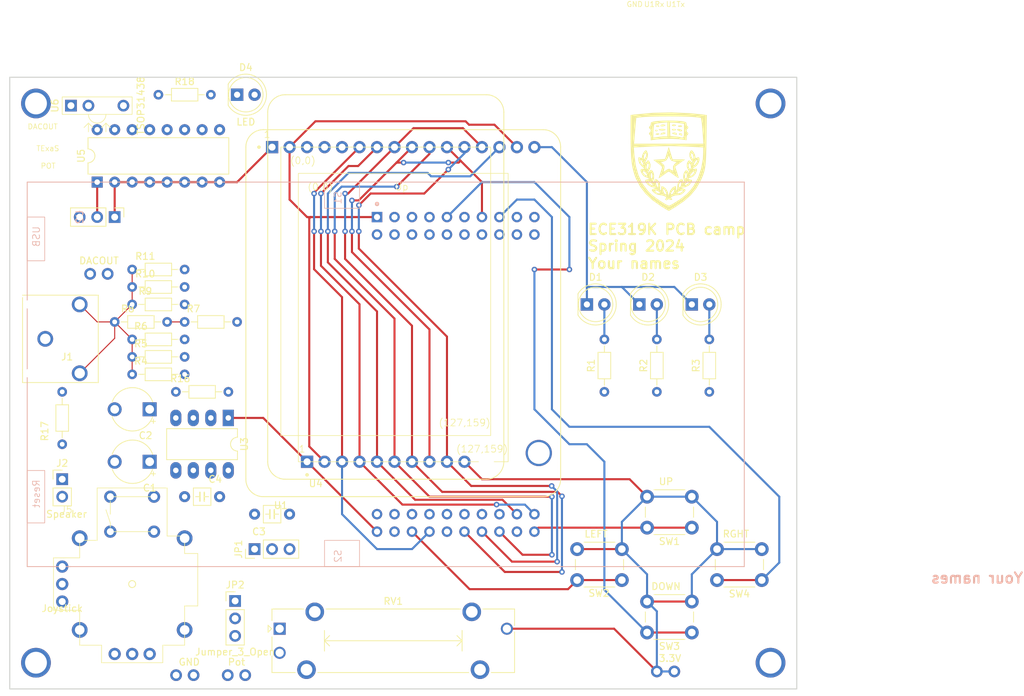
<source format=kicad_pcb>
(kicad_pcb (version 20221018) (generator pcbnew)
  (title_block (title "ECE 319K Baseline Project Spring 2024") (date "2024-03-08") (rev "v1.0.0") (company "The University of Texas at Austin"))
  (layers (0 "F.Cu" signal) (31 "B.Cu" signal) (34 "B.Paste" user) (35 "F.Paste" user) (36 "B.SilkS" user "B.Silkscreen") (37 "F.SilkS" user "F.Silkscreen") (38 "B.Mask" user) (39 "F.Mask" user) (44 "Edge.Cuts" user))
  (net 0 "")
  (net 1 "GND")
  (net 2 "+3V3")
  (net 3 "PB9")
  (net 4 "PB15")
  (net 5 "PB8")
  (net 6 "PB7")
  (net 7 "PB6")
  (net 8 "PA13")
  (net 9 "+5V")
  (net 10 "Net-(U3-FC1)")
  (net 11 "Net-(U3-FC2)")
  (net 12 "Net-(JP1-A)")
  (net 13 "Net-(C3-Pad2)")
  (net 14 "Net-(D1-A)")
  (net 15 "PA25")
  (net 16 "Net-(D2-A)")
  (net 17 "PA8")
  (net 18 "PA26")
  (net 19 "PB24")
  (net 20 "PA27")
  (net 21 "PB2")
  (net 22 "PB3")
  (net 24 "PB12")
  (net 25 "PB17")
  (net 26 "PB0")
  (net 27 "PB16")
  (net 28 "PB19")
  (net 29 "PA22")
  (net 30 "PB18")
  (net 31 "PA18")
  (net 32 "PA24")
  (net 33 "PA17")
  (net 34 "PA16")
  (net 35 "PA15")
  (net 36 "PB4")
  (net 37 "PB1")
  (net 38 "PA28")
  (net 39 "PA31")
  (net 40 "PB20")
  (net 41 "PB13")
  (net 42 "PA10")
  (net 43 "Net-(D3-A)")
  (net 44 "Net-(D4-K)")
  (net 45 "Net-(D4-A)")
  (net 46 "PB23")
  (net 47 "DACOUT")
  (net 48 "PA11")
  (net 49 "PA12")
  (net 57 "Net-(U3-VO1)")
  (net 58 "Net-(U3-VO2)")
  (net 59 "Net-(J5-H-)")
  (net 64 "Net-(R7-Pad1)")
  (net 65 "Net-(U3-VIN)")
  (footprint "ECE319K:R_Axial_DIN0204_L3.6mm_D1.6mm_P7.62mm_Horizontal" (layer "F.Cu") (at 68.58 66.04)
    (fp_text reference "R11")
    (fp_text value "12k")
  )
  (footprint "ECE319K:R_Axial_DIN0204_L3.6mm_D1.6mm_P7.62mm_Horizontal" (layer "F.Cu") (at 72.39 40.64)
    (fp_text reference "R18")
    (fp_text value "220")
  )
  (footprint "ECE319K:Testpoint_1x02_P2.54mm" (layer "F.Cu") (at 82.46 125 90)
    (fp_text reference "J4")
    (fp_text value "Pot")
  )
  (footprint "ECE319K:R_Axial_DIN0204_L3.6mm_D1.6mm_P7.62mm_Horizontal" (layer "F.Cu") (at 68.58 81.28)
    (fp_text reference "R4")
    (fp_text value "1.5k")
  )
  (footprint "ECE319K:PinHeader_1x03_P2.54mm_Vertical" (layer "F.Cu") (at 66.04 58.42 -90)
    (fp_text reference "J3" hide)
    (fp_text value "UART1")
  )
  (footprint "LOGO" (layer "F.Cu") (at 147.32 50.8)
    (fp_text reference "G***" hide)
    (fp_text value "LOGO" hide)
  )
  (footprint "ECE319K:R_Axial_DIN0204_L3.6mm_D1.6mm_P7.62mm_Horizontal" (layer "F.Cu") (at 68.58 76.2)
    (fp_text reference "R6")
    (fp_text value "1.5k")
  )
  (footprint "ECE319K:DIP-8_W7.62mm_LongPads" (layer "F.Cu") (at 82.54 87.615 -90)
    (fp_text reference "U3")
    (fp_text value "MCP34119P")
  )
  (footprint "ECE319K:R_Axial_DIN0204_L3.6mm_D1.6mm_P7.62mm_Horizontal" (layer "F.Cu") (at 58.42 91.44 90)
    (fp_text reference "R17")
    (fp_text value "10k")
  )
  (footprint "ECE319K:SW_PUSH_6mm" (layer "F.Cu") (at 139.7 111.18 180)
    (fp_text reference "SW2")
    (fp_text value "LEFT")
  )
  (footprint "ECE319K:SW_PUSH_6mm" (layer "F.Cu") (at 149.86 103.56 180)
    (fp_text reference "SW1")
    (fp_text value "UP")
  )
  (footprint "ECE319K:PTA2043pot" (layer "F.Cu") (at 90 118.25)
    (fp_text reference "RV1")
    (fp_text value "PTA2043")
  )
  (footprint "ECE319K:R_Axial_DIN0204_L3.6mm_D1.6mm_P7.62mm_Horizontal" (layer "F.Cu") (at 68.58 68.58)
    (fp_text reference "R10")
    (fp_text value "12k")
  )
  (footprint "ECE319K:SparkfunJoystick" (layer "F.Cu") (at 58.42 114.3)
    (fp_text reference "J5")
    (fp_text value "Joystick")
  )
  (footprint "ECE319K:R_Axial_DIN0204_L3.6mm_D1.6mm_P7.62mm_Horizontal" (layer "F.Cu") (at 137.16 83.82 90)
    (fp_text reference "R1")
    (fp_text value "470")
  )
  (footprint "ECE319K:Testpoint_1x02_P2.54mm" (layer "F.Cu") (at 62.479 66.675 90)
    (fp_text reference "J7")
    (fp_text value "DACOUT")
  )
  (footprint "ECE319K:TSOP31438" (layer "F.Cu") (at 59.69 42.2275 90)
    (fp_text reference "U6")
    (fp_text value "TSOP31438")
  )
  (footprint "ECE319K:PinHeader_1x03_P2.54mm_Vertical" (layer "F.Cu") (at 83.535 114.21)
    (fp_text reference "JP2")
    (fp_text value "Jumper_3_Open")
  )
  (footprint "ECE319K:C_Axial_200mil" (layer "F.Cu") (at 76.2 99.06)
    (fp_text reference "C4")
    (fp_text value "0.1uF")
  )
  (footprint "ECE319K:DIP-16_W7.62mm" (layer "F.Cu") (at 63.5 53.34 90)
    (fp_text reference "U5")
    (fp_text value "ULN2003B")
  )
  (footprint "ECE319K:Testpoint_1x02_P2.54mm" (layer "F.Cu") (at 144.78 124.46 90)
    (fp_text reference "TP1")
    (fp_text value "3.3V")
  )
  (footprint "ECE319K:R_Axial_DIN0204_L3.6mm_D1.6mm_P7.62mm_Horizontal" (layer "F.Cu") (at 66.04 73.66)
    (fp_text reference "R8")
    (fp_text value "1.5k")
  )
  (footprint "ECE319K:C_Axial_200mil" (layer "F.Cu") (at 91.44 101.6 180)
    (fp_text reference "C3")
    (fp_text value "0.1uF")
  )
  (footprint "ECE319K:MountingHole_4_40" (layer "F.Cu") (at 161.29 41.91)
    (fp_text reference "H2")
    (fp_text value "~")
  )
  (footprint "ECE319K:MountingHole_4_40" (layer "F.Cu") (at 161.29 123.19)
    (fp_text reference "H4")
    (fp_text value "~")
  )
  (footprint "ECE319K:MountingHole_4_40" (layer "F.Cu") (at 54.61 41.91)
    (fp_text reference "H1")
    (fp_text value "~")
  )
  (footprint "ECE319K:hiletgo_st7735r" (layer "F.Cu") (at 107.95 72.39)
    (fp_text reference "U4")
    (fp_text value "HiLetGo_ST7735R")
  )
  (footprint "ECE319K:MountingHole_4_40" (layer "F.Cu") (at 54.61 123.19)
    (fp_text reference "H3")
    (fp_text value "~")
  )
  (footprint "ECE319K:CP_Radial_Tantal200mil" (layer "F.Cu") (at 71.12 86.36 180)
    (fp_text reference "C2")
    (fp_text value "4.7uF")
  )
  (footprint "ECE319K:Testpoint_1x02_P2.54mm" (layer "F.Cu") (at 74.96 125 90)
    (fp_text reference "J6")
    (fp_text value "GND")
  )
  (footprint "ECE319K:LED_D5.0mm" (layer "F.Cu") (at 149.86 71.12)
    (fp_text reference "D3")
    (fp_text value "LED")
  )
  (footprint "ECE319K:CP_Radial_Tantal200mil" (layer "F.Cu") (at 71.12 93.98 180)
    (fp_text reference "C1")
    (fp_text value "1uF")
  )
  (footprint "ECE319K:LED_D5.0mm" (layer "F.Cu") (at 83.82 40.64)
    (fp_text reference "D4")
    (fp_text value "LED")
  )
  (footprint "ECE319K:SW_PUSH_6mm" (layer "F.Cu") (at 160.02 111.18 180)
    (fp_text reference "SW4")
    (fp_text value "RGHT")
  )
  (footprint "ECE319K:R_Axial_DIN0204_L3.6mm_D1.6mm_P7.62mm_Horizontal" (layer "F.Cu") (at 152.4 83.82 90)
    (fp_text reference "R3")
    (fp_text value "470")
  )
  (footprint "ECE319K:R_Axial_DIN0204_L3.6mm_D1.6mm_P7.62mm_Horizontal" (layer "F.Cu") (at 144.78 83.82 90)
    (fp_text reference "R2")
    (fp_text value "470")
  )
  (footprint "ECE319K:R_Axial_DIN0204_L3.6mm_D1.6mm_P7.62mm_Horizontal" (layer "F.Cu") (at 74.93 83.82)
    (fp_text reference "R16")
    (fp_text value "20k")
  )
  (footprint "ECE319K:Jack_3.5mm_CUI_SJ1-3523N_Horizontal" (layer "F.Cu") (at 55.96 76.12 -90)
    (fp_text reference "J1")
    (fp_text value "AudioJack")
  )
  (footprint "ECE319K:R_Axial_DIN0204_L3.6mm_D1.6mm_P7.62mm_Horizontal" (layer "F.Cu") (at 68.58 71.12)
    (fp_text reference "R9")
    (fp_text value "12k")
  )
  (footprint "ECE319K:SW_PUSH_6mm" (layer "F.Cu") (at 149.86 118.8 180)
    (fp_text reference "SW3")
    (fp_text value "DOWN")
  )
  (footprint "ECE319K:R_Axial_DIN0204_L3.6mm_D1.6mm_P7.62mm_Horizontal" (layer "F.Cu") (at 68.58 78.74)
    (fp_text reference "R5")
    (fp_text value "1.5k")
  )
  (footprint "ECE319K:R_Axial_DIN0204_L3.6mm_D1.6mm_P7.62mm_Horizontal" (layer "F.Cu") (at 76.2 73.66)
    (fp_text reference "R7")
    (fp_text value "1.5k")
  )
  (footprint "ECE319K:PinHeader_1x02_P2.54mm_Vertical" (layer "F.Cu") (at 58.42 96.52)
    (fp_text reference "J2")
    (fp_text value "Speaker")
  )
  (footprint "ECE319K:LED_D5.0mm" (layer "F.Cu") (at 134.62 71.12)
    (fp_text reference "D1")
    (fp_text value "LED")
  )
  (footprint "ECE319K:PinHeader_1x03_P2.54mm_Vertical" (layer "F.Cu") (at 86.36 106.68 90)
    (fp_text reference "JP1")
    (fp_text value "TExaS")
  )
  (footprint "ECE319K:LED_D5.0mm" (layer "F.Cu") (at 142.24 71.12)
    (fp_text reference "D2")
    (fp_text value "LED")
  )
  (footprint "ECE319K:adafruit_st7735r" (layer "F.Cu") (at 105.41 68.58)
    (fp_text reference "U1")
    (fp_text value "Adafruit ST7735R")
  )
  (footprint "ECE319K:ti_LP_MSPM0G3507" (layer "B.Cu") (at 106.68 81.28 -90)
    (fp_text reference "U2")
    (fp_text value "LP-MSPM0G3507")
  )
  (gr_rect (start 50.8 38.1) (end 165.1 127) (stroke (width 0.15)) (fill none) (layer "Edge.Cuts"))
  (gr_text "Your names\n" (at 198.12 111.76) (layer "B.SilkS") (effects (font (size 1.5 1.5) (thickness 0.3) bold) (justify left bottom mirror)))
  (gr_text "U1Rx" (at 142.875 27.94) (layer "F.SilkS") (effects (font (size 0.762 0.762) (thickness 0.1016)) (justify left bottom)))
  (gr_text "GND" (at 140.335 27.94) (layer "F.SilkS") (effects (font (size 0.762 0.762) (thickness 0.1016)) (justify left bottom)))
  (gr_text "Your names" (at 134.62 66.04) (layer "F.SilkS") (effects (font (size 1.5 1.5) (thickness 0.3) bold) (justify left bottom)))
  (gr_text "POT" (at 55.245 51.435) (layer "F.SilkS") (effects (font (size 0.762 0.762) (thickness 0.1016)) (justify left bottom)))
  (gr_text "U1Tx" (at 146.05 27.94) (layer "F.SilkS") (effects (font (size 0.762 0.762) (thickness 0.1016)) (justify left bottom)))
  (gr_text "ECE319K PCB camp \nSpring 2024" (at 134.62 63.5) (layer "F.SilkS") (effects (font (size 1.5 1.5) (thickness 0.3) bold) (justify left bottom)))
  (gr_text "DACOUT" (at 53.34 45.72) (layer "F.SilkS") (effects (font (size 0.762 0.762) (thickness 0.1016)) (justify left bottom)))
  (gr_text "TExaS" (at 54.61 48.895) (layer "F.SilkS") (effects (font (size 0.762 0.762) (thickness 0.1016)) (justify left bottom)))
  (segment (start 83.82 53.34) (end 88.9 48.26) (width 0.3) (layer "F.Cu") (net 1))
  (segment (start 73.66 53.34) (end 76.2 53.34) (width 0.3) (layer "F.Cu") (net 1))
  (segment (start 81.28 53.34) (end 83.82 53.34) (width 0.3) (layer "F.Cu") (net 1))
  (segment (start 66.04 53.34) (end 68.58 53.34) (width 0.3) (layer "F.Cu") (net 1))
  (segment (start 71.12 53.34) (end 73.66 53.34) (width 0.3) (layer "F.Cu") (net 1))
  (segment (start 76.2 53.34) (end 78.74 53.34) (width 0.3) (layer "F.Cu") (net 1))
  (segment (start 87.615 87.615) (end 82.54 87.615) (width 0.3) (layer "F.Cu") (net 1))
  (segment (start 68.58 53.34) (end 71.12 53.34) (width 0.3) (layer "F.Cu") (net 1))
  (segment (start 78.74 53.34) (end 81.28 53.34) (width 0.3) (layer "F.Cu") (net 1))
  (segment (start 66.04 58.42) (end 66.04 53.34) (width 0.3) (layer "F.Cu") (net 1))
  (segment (start 104.14 104.14) (end 93.98 93.98) (width 0.3) (layer "F.Cu") (net 1))
  (segment (start 93.98 93.98) (end 87.615 87.615) (width 0.3) (layer "F.Cu") (net 1))
  (segment (start 134.62 68.58) (end 134.62 53.34) (width 0.3) (layer "B.Cu") (net 1))
  (segment (start 139.7 68.58) (end 147.32 68.58) (width 0.3) (layer "B.Cu") (net 1))
  (segment (start 134.62 71.12) (end 134.62 68.58) (width 0.3) (layer "B.Cu") (net 1))
  (segment (start 134.62 53.34) (end 129.54 48.26) (width 0.3) (layer "B.Cu") (net 1))
  (segment (start 129.54 48.26) (end 127 48.26) (width 0.3) (layer "B.Cu") (net 1))
  (segment (start 147.32 68.58) (end 149.86 71.12) (width 0.3) (layer "B.Cu") (net 1))
  (segment (start 139.7 68.58) (end 142.24 71.12) (width 0.3) (layer "B.Cu") (net 1))
  (segment (start 134.62 68.58) (end 139.7 68.58) (width 0.3) (layer "B.Cu") (net 1))
  (segment (start 117 44.5) (end 95.2 44.5) (width 0.3) (layer "F.Cu") (net 2))
  (segment (start 124.46 48.26) (end 121.2 45) (width 0.3) (layer "F.Cu") (net 2))
  (segment (start 94.5 58.42) (end 93.98 58.42) (width 0.3) (layer "F.Cu") (net 2))
  (segment (start 139.7 106.68) (end 133.2 106.68) (width 0.3) (layer "F.Cu") (net 2))
  (segment (start 116.84 93.98) (end 119.38 96.52) (width 0.3) (layer "F.Cu") (net 2))
  (segment (start 138.57 118.25) (end 144.78 124.46) (width 0.3) (layer "F.Cu") (net 2))
  (segment (start 117.5 45) (end 117 44.5) (width 0.3) (layer "F.Cu") (net 2))
  (segment (start 93.98 58.42) (end 91.44 55.88) (width 0.3) (layer "F.Cu") (net 2))
  (segment (start 119.38 96.52) (end 140.82 96.52) (width 0.3) (layer "F.Cu") (net 2))
  (segment (start 121.2 45) (end 117.5 45) (width 0.3) (layer "F.Cu") (net 2))
  (segment (start 140.82 96.52) (end 143.36 99.06) (width 0.3) (layer "F.Cu") (net 2))
  (segment (start 104.14 58.42) (end 94.5 58.42) (width 0.3) (layer "F.Cu") (net 2))
  (segment (start 94.3 91.76) (end 94.3 58.62) (width 0.3) (layer "F.Cu") (net 2))
  (segment (start 91.44 55.88) (end 91.44 48.26) (width 0.3) (layer "F.Cu") (net 2))
  (segment (start 123 118.25) (end 138.57 118.25) (width 0.3) (layer "F.Cu") (net 2))
  (segment (start 149.86 114.3) (end 143.36 114.3) (width 0.3) (layer "F.Cu") (net 2))
  (segment (start 96.52 93.98) (end 94.3 91.76) (width 0.3) (layer "F.Cu") (net 2))
  (segment (start 95.2 44.5) (end 91.44 48.26) (width 0.3) (layer "F.Cu") (net 2))
  (segment (start 94.3 58.62) (end 94.5 58.42) (width 0.3) (layer "F.Cu") (net 2))
  (segment (start 144.78 124.46) (end 144.78 115.72) (width 0.3) (layer "B.Cu") (net 2))
  (segment (start 143.36 110.34) (end 139.7 106.68) (width 0.3) (layer "B.Cu") (net 2))
  (segment (start 143.36 114.3) (end 143.36 110.34) (width 0.3) (layer "B.Cu") (net 2))
  (segment (start 144.78 124.46) (end 147.32 124.46) (width 0.3) (layer "B.Cu") (net 2))
  (segment (start 139.7 106.68) (end 139.7 102.72) (width 0.3) (layer "B.Cu") (net 2))
  (segment (start 149.86 110.34) (end 153.52 106.68) (width 0.3) (layer "B.Cu") (net 2))
  (segment (start 144.78 115.72) (end 143.36 114.3) (width 0.3) (layer "B.Cu") (net 2))
  (segment (start 149.86 114.3) (end 149.86 110.34) (width 0.3) (layer "B.Cu") (net 2))
  (segment (start 153.52 106.68) (end 153.52 102.72) (width 0.3) (layer "B.Cu") (net 2))
  (segment (start 153.52 102.72) (end 149.86 99.06) (width 0.3) (layer "B.Cu") (net 2))
  (segment (start 160.02 106.68) (end 153.52 106.68) (width 0.3) (layer "B.Cu") (net 2))
  (segment (start 139.7 102.72) (end 143.36 99.06) (width 0.3) (layer "B.Cu") (net 2))
  (segment (start 149.86 99.06) (end 143.36 99.06) (width 0.3) (layer "B.Cu") (net 2))
  (segment (start 106.99 50.49) (end 107 50.5) (width 0.3) (layer "F.Cu") (net 3))
  (segment (start 106.99 50.49) (end 109.22 48.26) (width 0.3) (layer "F.Cu") (net 3))
  (segment (start 114.5 50.5) (end 116 50.5) (width 0.3) (layer "F.Cu") (net 3))
  (segment (start 116 50.5) (end 116.27 50.23) (width 0.3) (layer "F.Cu") (net 3))
  (segment (start 100.5 56) (end 101.48 56) (width 0.3) (layer "F.Cu") (net 3))
  (segment (start 119.38 53.34) (end 116.27 50.23) (width 0.3) (layer "F.Cu") (net 3))
  (segment (start 107 50.5) (end 108 50.5) (width 0.3) (layer "F.Cu") (net 3))
  (segment (start 119.38 58.42) (end 119.38 53.34) (width 0.3) (layer "F.Cu") (net 3))
  (segment (start 100.5 63.5) (end 100.5 60.5) (width 0.3) (layer "F.Cu") (net 3))
  (segment (start 111.76 93.98) (end 111.76 74.76) (width 0.3) (layer "F.Cu") (net 3))
  (segment (start 101.48 56) (end 106.99 50.49) (width 0.3) (layer "F.Cu") (net 3))
  (segment (start 111.76 74.76) (end 100.5 63.5) (width 0.3) (layer "F.Cu") (net 3))
  (segment (start 116.27 50.23) (end 114.3 48.26) (width 0.3) (layer "F.Cu") (net 3))
  (via (at 108 50.5) (size 0.8) (drill 0.4) (layers "F.Cu" "B.Cu") (net 3))
  (via (at 100.5 60.5) (size 0.8) (drill 0.4) (layers "F.Cu" "B.Cu") (net 3))
  (via (at 114.5 50.5) (size 0.8) (drill 0.4) (layers "F.Cu" "B.Cu") (net 3))
  (via (at 100.5 56) (size 0.8) (drill 0.4) (layers "F.Cu" "B.Cu") (net 3))
  (segment (start 100.5 60.5) (end 100.5 56) (width 0.3) (layer "B.Cu") (net 3))
  (segment (start 108 50.5) (end 114.5 50.5) (width 0.3) (layer "B.Cu") (net 3))
  (segment (start 95 55) (end 95 54.86) (width 0.3) (layer "F.Cu") (net 4))
  (segment (start 99.06 70.06) (end 95 66) (width 0.3) (layer "F.Cu") (net 4))
  (segment (start 95 66) (end 95 60.5) (width 0.3) (layer "F.Cu") (net 4))
  (segment (start 99.06 93.98) (end 99.06 70.06) (width 0.3) (layer "F.Cu") (net 4))
  (segment (start 95 54.86) (end 101.6 48.26) (width 0.3) (layer "F.Cu") (net 4))
  (via (at 95 60.5) (size 0.8) (drill 0.4) (layers "F.Cu" "B.Cu") (net 4))
  (via (at 95 55) (size 0.8) (drill 0.4) (layers "F.Cu" "B.Cu") (net 4))
  (segment (start 95 60.5) (end 95 55) (width 0.3) (layer "B.Cu") (net 4))
  (segment (start 104.14 106.68) (end 109.22 106.68) (width 0.3) (layer "B.Cu") (net 4))
  (segment (start 99.06 93.98) (end 99.06 101.6) (width 0.3) (layer "B.Cu") (net 4))
  (segment (start 109.22 106.68) (end 111.76 104.14) (width 0.3) (layer "B.Cu") (net 4))
  (segment (start 99.06 101.6) (end 104.14 106.68) (width 0.3) (layer "B.Cu") (net 4))
  (segment (start 113.6 98.36) (end 130.36 98.36) (width 0.3) (layer "F.Cu") (net 5))
  (segment (start 109.22 93.98) (end 113.6 98.36) (width 0.3) (layer "F.Cu") (net 5))
  (segment (start 116.62 45.5) (end 119.38 48.26) (width 0.3) (layer "F.Cu") (net 5))
  (segment (start 109.22 74.22) (end 99.5 64.5) (width 0.3) (layer "F.Cu") (net 5))
  (segment (start 109.44 45.5) (end 116.62 45.5) (width 0.3) (layer "F.Cu") (net 5))
  (segment (start 122.7 110) (end 116.84 104.14) (width 0.3) (layer "F.Cu") (net 5))
  (segment (start 130.36 98.36) (end 131 99) (width 0.3) (layer "F.Cu") (net 5))
  (segment (start 99.94 55) (end 106.68 48.26) (width 0.3) (layer "F.Cu") (net 5))
  (segment (start 109.22 93.98) (end 109.22 74.22) (width 0.3) (layer "F.Cu") (net 5))
  (segment (start 99.5 55) (end 99.94 55) (width 0.3) (layer "F.Cu") (net 5))
  (segment (start 106.68 48.26) (end 109.44 45.5) (width 0.3) (layer "F.Cu") (net 5))
  (segment (start 99.5 64.5) (end 99.5 60.5) (width 0.3) (layer "F.Cu") (net 5))
  (segment (start 131 110) (end 122.7 110) (width 0.3) (layer "F.Cu") (net 5))
  (via (at 99.5 60.5) (size 0.8) (drill 0.4) (layers "F.Cu" "B.Cu") (net 5))
  (via (at 99.5 55) (size 0.8) (drill 0.4) (layers "F.Cu" "B.Cu") (net 5))
  (via (at 131 110) (size 0.8) (drill 0.4) (layers "F.Cu" "B.Cu") (net 5))
  (via (at 131 99) (size 0.8) (drill 0.4) (layers "F.Cu" "B.Cu") (net 5))
  (segment (start 131 99) (end 131 110) (width 0.3) (layer "B.Cu") (net 5))
  (segment (start 99.5 60.5) (end 99.5 55) (width 0.3) (layer "B.Cu") (net 5))
  (segment (start 114.3 75.8) (end 101.5 63) (width 0.3) (layer "F.Cu") (net 6))
  (segment (start 101.5 63) (end 101.5 60.5) (width 0.3) (layer "F.Cu") (net 6))
  (segment (start 119.38 104.14) (end 123.74 108.5) (width 0.3) (layer "F.Cu") (net 6))
  (segment (start 111 55) (end 114.5 51.5) (width 0.3) (layer "F.Cu") (net 6))
  (segment (start 103.2069 55) (end 111 55) (width 0.3) (layer "F.Cu") (net 6))
  (segment (start 129.5 97.5) (end 117.82 97.5) (width 0.3) (layer "F.Cu") (net 6))
  (segment (start 123.74 108.5) (end 130.3005 108.5) (width 0.3) (layer "F.Cu") (net 6))
  (segment (start 101.507958 56.698942) (end 103.2069 55) (width 0.3) (layer "F.Cu") (net 6))
  (segment (start 114.3 93.98) (end 114.3 75.8) (width 0.3) (layer "F.Cu") (net 6))
  (segment (start 117.82 97.5) (end 114.3 93.98) (width 0.3) (layer "F.Cu") (net 6))
  (via (at 130.3005 108.5) (size 0.8) (drill 0.4) (layers "F.Cu" "B.Cu") (net 6))
  (via (at 129.5 97.5) (size 0.8) (drill 0.4) (layers "F.Cu" "B.Cu") (net 6))
  (via (at 114.5 51.5) (size 0.8) (drill 0.4) (layers "F.Cu" "B.Cu") (net 6))
  (via (at 101.5 60.5) (size 0.8) (drill 0.4) (layers "F.Cu" "B.Cu") (net 6))
  (via (at 101.507958 56.698942) (size 0.8) (drill 0.4) (layers "F.Cu" "B.Cu") (net 6))
  (segment (start 101.5 56.7069) (end 101.507958 56.698942) (width 0.3) (layer "B.Cu") (net 6))
  (segment (start 130.3005 108.5) (end 130.3005 98.3005) (width 0.3) (layer "B.Cu") (net 6))
  (segment (start 114.5 51.5) (end 116.84 49.16) (width 0.3) (layer "B.Cu") (net 6))
  (segment (start 130.3005 98.3005) (end 129.5 97.5) (width 0.3) (layer "B.Cu") (net 6))
  (segment (start 116.84 49.16) (end 116.84 48.26) (width 0.3) (layer "B.Cu") (net 6))
  (segment (start 101.5 60.5) (end 101.5 56.7069) (width 0.3) (layer "B.Cu") (net 6))
  (segment (start 111.76 99.06) (end 129.54 99.06) (width 0.3) (layer "F.Cu") (net 7))
  (segment (start 106.68 93.98) (end 111.76 99.06) (width 0.3) (layer "F.Cu") (net 7))
  (segment (start 107 54) (end 111.76 49.24) (width 0.3) (layer "F.Cu") (net 7))
  (segment (start 125.28 107.5) (end 121.92 104.14) (width 0.3) (layer "F.Cu") (net 7))
  (segment (start 111.76 49.24) (end 111.76 48.26) (width 0.3) (layer "F.Cu") (net 7))
  (segment (start 129.54 107.5) (end 125.28 107.5) (width 0.3) (layer "F.Cu") (net 7))
  (segment (start 106.68 73.18) (end 98 64.5) (width 0.3) (layer "F.Cu") (net 7))
  (segment (start 106.68 93.98) (end 106.68 73.18) (width 0.3) (layer "F.Cu") (net 7))
  (segment (start 98 64.5) (end 98 60.5) (width 0.3) (layer "F.Cu") (net 7))
  (via (at 98 60.5) (size 0.8) (drill 0.4) (layers "F.Cu" "B.Cu") (net 7))
  (via (at 107 54) (size 0.8) (drill 0.4) (layers "F.Cu" "B.Cu") (net 7))
  (via (at 129.54 107.5) (size 0.8) (drill 0.4) (layers "F.Cu" "B.Cu") (net 7))
  (via (at 129.54 99.06) (size 0.8) (drill 0.4) (layers "F.Cu" "B.Cu") (net 7))
  (segment (start 129.54 107.5) (end 129.54 99.06) (width 0.3) (layer "B.Cu") (net 7))
  (segment (start 99 54) (end 107 54) (width 0.3) (layer "B.Cu") (net 7))
  (segment (start 98 55.5) (end 98 55) (width 0.3) (layer "B.Cu") (net 7))
  (segment (start 98 55) (end 99 54) (width 0.3) (layer "B.Cu") (net 7))
  (segment (start 98 60.5) (end 98 55.5) (width 0.3) (layer "B.Cu") (net 7))
  (segment (start 100 51) (end 101.4 51) (width 0.3) (layer "F.Cu") (net 8))
  (segment (start 96 65.5) (end 96 60.5) (width 0.3) (layer "F.Cu") (net 8))
  (segment (start 96 55) (end 100 51) (width 0.3) (layer "F.Cu") (net 8))
  (segment (start 107.8295 100.2095) (end 121.5 100.2095) (width 0.3) (layer "F.Cu") (net 8))
  (segment (start 101.6 93.98) (end 107.8295 100.2095) (width 0.3) (layer "F.Cu") (net 8))
  (segment (start 101.6 71.1) (end 96 65.5) (width 0.3) (layer "F.Cu") (net 8))
  (segment (start 101.6 93.98) (end 101.6 71.1) (width 0.3) (layer "F.Cu") (net 8))
  (segment (start 101.4 51) (end 104.14 48.26) (width 0.3) (layer "F.Cu") (net 8))
  (via (at 96 60.5) (size 0.8) (drill 0.4) (layers "F.Cu" "B.Cu") (net 8))
  (via (at 121.5 100.2095) (size 0.8) (drill 0.4) (layers "F.Cu" "B.Cu") (net 8))
  (via (at 96 55) (size 0.8) (drill 0.4) (layers "F.Cu" "B.Cu") (net 8))
  (segment (start 121.5 100.2095) (end 125.6095 100.2095) (width 0.3) (layer "B.Cu") (net 8))
  (segment (start 125.95 100.55) (end 127 101.6) (width 0.3) (layer "B.Cu") (net 8))
  (segment (start 96 60.5) (end 96 55) (width 0.3) (layer "B.Cu") (net 8))
  (segment (start 125.6095 100.2095) (end 125.95 100.55) (width 0.3) (layer "B.Cu") (net 8))
  (segment (start 137.16 71.12) (end 137.16 76.2) (width 0.3) (layer "B.Cu") (net 14))
  (segment (start 144.78 76.2) (end 144.78 71.12) (width 0.3) (layer "B.Cu") (net 16))
  (segment (start 63.5 58.42) (end 63.5 53.34) (width 0.3) (layer "F.Cu") (net 17))
  (segment (start 132.08 66.04) (end 127 66.04) (width 0.3) (layer "F.Cu") (net 18))
  (segment (start 149.86 118.8) (end 143.36 118.8) (width 0.3) (layer "F.Cu") (net 18))
  (via (at 127 66.04) (size 0.8) (drill 0.4) (layers "F.Cu" "B.Cu") (net 18))
  (via (at 132.08 66.04) (size 0.8) (drill 0.4) (layers "F.Cu" "B.Cu") (net 18))
  (segment (start 114.3 58.42) (end 119.38 53.34) (width 0.3) (layer "B.Cu") (net 18))
  (segment (start 143.36 118.8) (end 137.16 112.6) (width 0.3) (layer "B.Cu") (net 18))
  (segment (start 132.08 91.44) (end 127 86.36) (width 0.3) (layer "B.Cu") (net 18))
  (segment (start 137.16 112.6) (end 137.16 93.98) (width 0.3) (layer "B.Cu") (net 18))
  (segment (start 137.16 93.98) (end 134.62 91.44) (width 0.3) (layer "B.Cu") (net 18))
  (segment (start 127 53.34) (end 132.08 58.42) (width 0.3) (layer "B.Cu") (net 18))
  (segment (start 134.62 91.44) (end 132.08 91.44) (width 0.3) (layer "B.Cu") (net 18))
  (segment (start 132.08 58.42) (end 132.08 66.04) (width 0.3) (layer "B.Cu") (net 18))
  (segment (start 119.38 53.34) (end 127 53.34) (width 0.3) (layer "B.Cu") (net 18))
  (segment (start 127 86.36) (end 127 66.04) (width 0.3) (layer "B.Cu") (net 18))
  (segment (start 160.02 111.18) (end 153.52 111.18) (width 0.3) (layer "F.Cu") (net 20))
  (segment (start 121.92 58.42) (end 124.46 55.88) (width 0.3) (layer "B.Cu") (net 20))
  (segment (start 132.08 88.9) (end 152.4 88.9) (width 0.3) (layer "B.Cu") (net 20))
  (segment (start 152.4 88.9) (end 162.56 99.06) (width 0.3) (layer "B.Cu") (net 20))
  (segment (start 162.56 108.64) (end 160.02 111.18) (width 0.3) (layer "B.Cu") (net 20))
  (segment (start 162.56 99.06) (end 162.56 108.64) (width 0.3) (layer "B.Cu") (net 20))
  (segment (start 124.46 55.88) (end 127 55.88) (width 0.3) (layer "B.Cu") (net 20))
  (segment (start 129.54 58.42) (end 129.54 86.36) (width 0.3) (layer "B.Cu") (net 20))
  (segment (start 127 55.88) (end 129.54 58.42) (width 0.3) (layer "B.Cu") (net 20))
  (segment (start 129.54 86.36) (end 132.08 88.9) (width 0.3) (layer "B.Cu") (net 20))
  (segment (start 133.2 111.18) (end 131.88 112.5) (width 0.3) (layer "F.Cu") (net 25))
  (segment (start 117.58 112.5) (end 109.22 104.14) (width 0.3) (layer "F.Cu") (net 25))
  (segment (start 139.7 111.18) (end 133.2 111.18) (width 0.3) (layer "F.Cu") (net 25))
  (segment (start 131.88 112.5) (end 117.58 112.5) (width 0.3) (layer "F.Cu") (net 25))
  (segment (start 149.86 103.56) (end 143.36 103.56) (width 0.3) (layer "F.Cu") (net 27))
  (segment (start 127.58 103.56) (end 127 104.14) (width 0.3) (layer "F.Cu") (net 27))
  (segment (start 143.36 103.56) (end 127.58 103.56) (width 0.3) (layer "F.Cu") (net 27))
  (segment (start 152.4 76.2) (end 152.4 71.12) (width 0.3) (layer "B.Cu") (net 43))
  (segment (start 68.58 76.2) (end 66.04 73.66) (width 0.15) (layer "F.Cu") (net 47))
  (segment (start 66.04 76.04) (end 60.96 81.12) (width 0.15) (layer "F.Cu") (net 47))
  (segment (start 68.58 81.28) (end 68.58 78.74) (width 0.15) (layer "F.Cu") (net 47))
  (segment (start 68.58 68.58) (end 68.58 66.04) (width 0.15) (layer "F.Cu") (net 47))
  (segment (start 66.04 73.66) (end 63.5 73.66) (width 0.15) (layer "F.Cu") (net 47))
  (segment (start 68.58 71.12) (end 68.58 68.58) (width 0.15) (layer "F.Cu") (net 47))
  (segment (start 66.04 73.66) (end 68.58 71.12) (width 0.15) (layer "F.Cu") (net 47))
  (segment (start 63.5 73.66) (end 60.96 71.12) (width 0.15) (layer "F.Cu") (net 47))
  (segment (start 68.58 78.74) (end 68.58 76.2) (width 0.15) (layer "F.Cu") (net 47))
  (segment (start 66.04 73.66) (end 66.04 76.04) (width 0.15) (layer "F.Cu") (net 47))
  (segment (start 122.37 99.51) (end 124.46 101.6) (width 0.3) (layer "F.Cu") (net 49))
  (segment (start 104.14 93.98) (end 109.67 99.51) (width 0.3) (layer "F.Cu") (net 49))
  (segment (start 97 65) (end 97 60.5) (width 0.3) (layer "F.Cu") (net 49))
  (segment (start 109.67 99.51) (end 122.37 99.51) (width 0.3) (layer "F.Cu") (net 49))
  (segment (start 104.14 72.14) (end 97 65) (width 0.3) (layer "F.Cu") (net 49))
  (segment (start 104.14 93.98) (end 104.14 72.14) (width 0.3) (layer "F.Cu") (net 49))
  (via (at 97 60.5) (size 0.8) (drill 0.4) (layers "F.Cu" "B.Cu") (net 49))
  (segment (start 97 55) (end 100 52) (width 0.3) (layer "B.Cu") (net 49))
  (segment (start 97 60.5) (end 97 55) (width 0.3) (layer "B.Cu") (net 49))
  (segment (start 112 52.5) (end 117.68 52.5) (width 0.3) (layer "B.Cu") (net 49))
  (segment (start 111.5 52) (end 112 52.5) (width 0.3) (layer "B.Cu") (net 49))
  (segment (start 117.68 52.5) (end 121.92 48.26) (width 0.3) (layer "B.Cu") (net 49))
  (segment (start 100 52) (end 111.5 52) (width 0.3) (layer "B.Cu") (net 49))
  (segment (start 73.66 73.66) (end 76.2 73.66) (width 0.15) (layer "F.Cu") (net 64))
)
</source>
